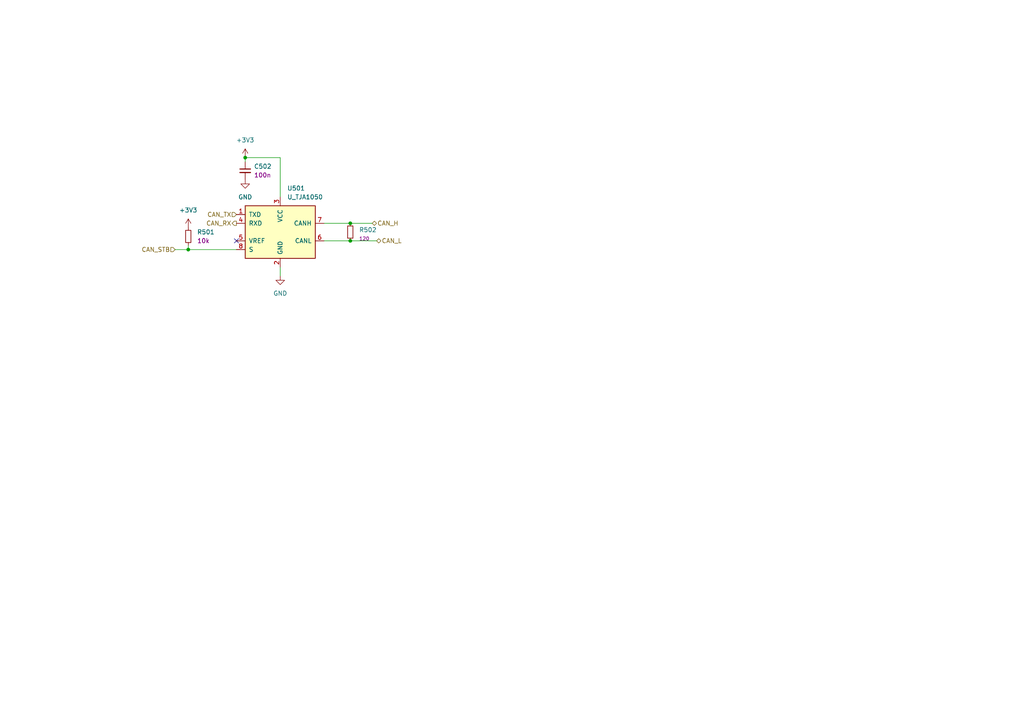
<source format=kicad_sch>
(kicad_sch (version 20211123) (generator eeschema)
  (paper "A4")
  (lib_symbols
    (symbol "BOM:C_0402_100n" (pin_numbers hide) (pin_names (offset 0.254) hide)
      (property "Reference" "C" (at 0.254 1.778 0))
      (property "Capicatance" "100n" (at 3.81 -2.54 0))
      (symbol "C_0402_100n_0_1"
        (polyline (pts (xy -1.524 -0.508) (xy 1.524 -0.508)) (stroke (width 0.3302)))
        (polyline (pts (xy -1.524 0.508) (xy 1.524 0.508)) (stroke (width 0.3048)))
      )
      (symbol "C_0402_100n_1_1"
        (pin passive line (at 0 2.54 270) (length 2.032) (name "~") (number "1"))
        (pin passive line (at 0 -2.54 90) (length 2.032) (name "~") (number "2"))
      )
    )
    (symbol "BOM:R_0402_10k" (pin_numbers hide) (pin_names (offset 0.254) hide)
      (property "Reference" "R" (at 0.762 0.508 0))
      (property "Resistance" "10k" (at 3.81 -1.27 0))
      (symbol "R_0402_10k_0_1"
        (rectangle (start -0.762 1.778) (end 0.762 -1.778) (stroke (width 0.2032)))
      )
      (symbol "R_0402_10k_1_1"
        (pin passive line (at 0 2.54 270) (length 0.762) (name "~") (number "1"))
        (pin passive line (at 0 -2.54 90) (length 0.762) (name "~") (number "2"))
      )
    )
    (symbol "BOM:R_120_2512" (pin_numbers hide) (pin_names (offset 0.254) hide)
      (property "Reference" "R" (at 0.762 0.508 0))
      (property "Resistance" "120" (at -2.54 0 0))
      (symbol "R_120_2512_0_1"
        (rectangle (start -0.762 1.778) (end 0.762 -1.778) (stroke (width 0.2032)))
      )
      (symbol "R_120_2512_1_1"
        (pin passive line (at 0 2.54 270) (length 0.762) (name "~") (number "1"))
        (pin passive line (at 0 -2.54 90) (length 0.762) (name "~") (number "2"))
      )
    )
    (symbol "BOM:U_TJA1050" (pin_names (offset 1.016))
      (property "Reference" "U" (at -10.16 8.89 0))
      (property "Value" "U_TJA1050" (at 1.27 8.89 0))
      (symbol "U_TJA1050_0_1"
        (rectangle (start -10.16 7.62) (end 10.16 -7.62) (stroke (width 0.254)) (fill (type background)))
      )
      (symbol "U_TJA1050_1_1"
        (pin input line (at -12.7 5.08 0) (length 2.54) (name "TXD") (number "1"))
        (pin power_in line (at 0 -10.16 90) (length 2.54) (name "GND") (number "2"))
        (pin power_in line (at 0 10.16 270) (length 2.54) (name "VCC") (number "3"))
        (pin output line (at -12.7 2.54 0) (length 2.54) (name "RXD") (number "4"))
        (pin input line (at -12.7 -2.54 0) (length 2.54) (name "VREF") (number "5"))
        (pin bidirectional line (at 12.7 -2.54 180) (length 2.54) (name "CANL") (number "6"))
        (pin bidirectional line (at 12.7 2.54 180) (length 2.54) (name "CANH") (number "7"))
        (pin input line (at -12.7 -5.08 0) (length 2.54) (name "S") (number "8"))
      )
    )
    (symbol "power:+3V3" (power) (pin_names (offset 0))
      (property "Value" "+3V3" (at 0 3.556 0))
      (symbol "+3V3_0_1"
        (polyline (pts (xy -0.762 1.27) (xy 0 2.54)))
        (polyline (pts (xy 0 0) (xy 0 2.54)))
        (polyline (pts (xy 0 2.54) (xy 0.762 1.27)))
      )
      (symbol "+3V3_1_1"
        (pin power_in line (at 0 0 90) (length 0) hide (name "+3V3") (number "1"))
      )
    )
    (symbol "power:GND" (power) (pin_names (offset 0))
      (property "Value" "GND" (at 0 -3.81 0))
      (symbol "GND_0_1"
        (polyline (pts (xy 0 0) (xy 0 -1.27) (xy 1.27 -1.27) (xy 0 -2.54) (xy -1.27 -1.27) (xy 0 -1.27)))
      )
      (symbol "GND_1_1"
        (pin power_in line (at 0 0 270) (length 0) hide (name "GND") (number "1"))
      )
    )
  )
  (junction (at 101.6 64.77))
  (junction (at 71.12 45.72))
  (junction (at 54.61 72.39))
  (junction (at 101.6 69.85))
  (no_connect (at 68.58 69.85))
  (wire (pts (xy 81.28 80.01) (xy 81.28 77.47)))
  (wire (pts (xy 101.6 69.85) (xy 109.22 69.85)))
  (wire (pts (xy 54.61 71.12) (xy 54.61 72.39)))
  (wire (pts (xy 50.8 72.39) (xy 54.61 72.39)))
  (wire (pts (xy 101.6 64.77) (xy 93.98 64.77)))
  (wire (pts (xy 81.28 45.72) (xy 71.12 45.72)))
  (wire (pts (xy 54.61 72.39) (xy 68.58 72.39)))
  (wire (pts (xy 71.12 45.72) (xy 71.12 46.99)))
  (wire (pts (xy 101.6 64.77) (xy 107.95 64.77)))
  (wire (pts (xy 81.28 57.15) (xy 81.28 45.72)))
  (wire (pts (xy 93.98 69.85) (xy 101.6 69.85)))
  (hierarchical_label "CAN_STB" (shape input) (at 50.8 72.39 180))
  (hierarchical_label "CAN_H" (shape bidirectional) (at 107.95 64.77 0))
  (hierarchical_label "CAN_TX" (shape input) (at 68.58 62.23 180))
  (hierarchical_label "CAN_L" (shape bidirectional) (at 109.22 69.85 0))
  (hierarchical_label "CAN_RX" (shape output) (at 68.58 64.77 180))
  (symbol (lib_id "power:+3V3") (at 71.12 45.72 0) (unit 1)
    (property "Reference" "#PWR0504" (effects hide))
    (property "Value" "+3V3" (at 71.12 40.64 0))
  )
  (symbol (lib_id "BOM:C_0402_100n") (at 71.12 49.53 0) (unit 1)
    (property "Reference" "C502" (at 73.66 48.2662 0) (effects (justify left)))
    (property "Value" "C_0402_100n" (effects hide))
    (property "Footprint" "Capacitor_SMD:C_0402_1005Metric" (effects hide))
    (property "Capicatance" "100n" (at 73.66 50.8062 0) (effects (justify left)))
  )
  (symbol (lib_id "power:GND") (at 71.12 52.07 0) (unit 1)
    (property "Reference" "#PWR0505" (effects hide))
    (property "Value" "GND" (at 71.12 57.15 0))
  )
  (symbol (lib_id "BOM:U_TJA1050") (at 81.28 67.31 0) (unit 1)
    (property "Reference" "U501" (at 83.2994 54.61 0) (effects (justify left)))
    (property "Value" "U_TJA1050" (at 83.2994 57.15 0) (effects (justify left)))
    (property "Footprint" "Package_SO:SOIC-8_3.9x4.9mm_P1.27mm" (effects hide))
    (property "Datasheet" "https://datasheet.lcsc.com/lcsc/1809201810_NXP-Semicon-TJA1050T-CM-118_C6952.pdf" (effects hide))
    (property "LCSC" "C6952" (effects hide))
    (property "MPN" "TJA1050T/CM,118" (effects hide))
  )
  (symbol (lib_id "BOM:R_0402_10k") (at 54.61 68.58 0) (unit 1)
    (property "Reference" "R501" (at 57.15 67.3099 0) (effects (justify left)))
    (property "Value" "R_0402_10k" (effects hide))
    (property "Footprint" "Resistor_SMD:R_0402_1005Metric" (effects hide))
    (property "Resistance" "10k" (at 57.15 69.8499 0) (effects (justify left)))
  )
  (symbol (lib_id "power:GND") (at 81.28 80.01 0) (unit 1)
    (property "Reference" "#PWR0506" (effects hide))
    (property "Value" "GND" (at 81.28 85.09 0))
  )
  (symbol (lib_id "power:+3V3") (at 54.61 66.04 0) (unit 1)
    (property "Reference" "#PWR0101" (effects hide))
    (property "Value" "+3V3" (at 54.61 60.96 0))
  )
  (symbol (lib_id "BOM:R_120_2512") (at 101.6 67.31 0) (unit 1)
    (property "Reference" "R502" (at 104.14 66.6749 0) (effects (justify left)))
    (property "Value" "R_120_2512" (effects hide))
    (property "Footprint" "Resistor_SMD:R_2512_6332Metric" (effects hide))
    (property "Datasheet" "https://www.seielect.com/catalog/sei-rmcf_rmcp.pdf" (effects hide))
    (property "Resistance" "120" (at 104.14 69.215 0) (effects (font (size 1 1)) (justify left)))
    (property "MPN" "RMCF2512FT120R" (effects hide))
    (property "Digikey" "RMCF2512FT120RCT-ND" (effects hide))
  )
)
</source>
